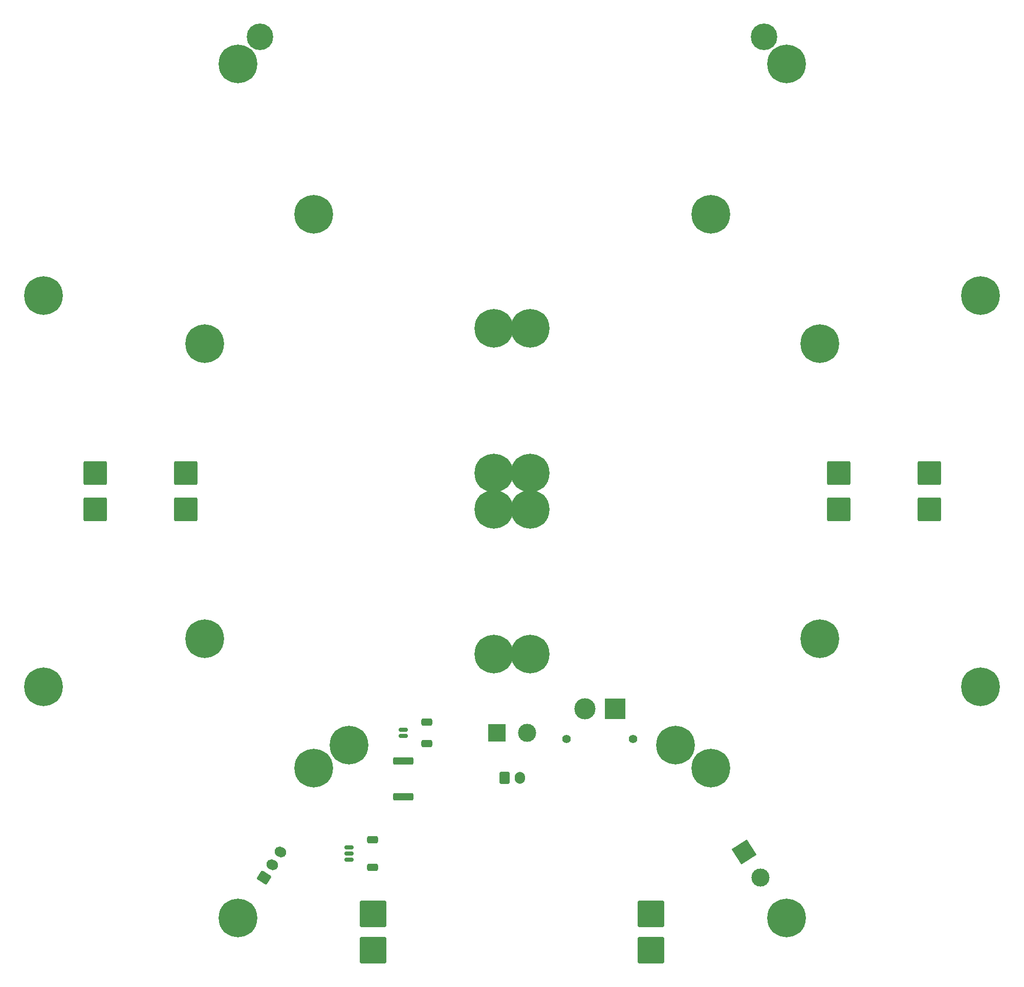
<source format=gts>
G04 #@! TF.GenerationSoftware,KiCad,Pcbnew,7.0.9*
G04 #@! TF.CreationDate,2023-12-19T12:28:51+08:00*
G04 #@! TF.ProjectId,layer2,6c617965-7232-42e6-9b69-6361645f7063,rev?*
G04 #@! TF.SameCoordinates,Original*
G04 #@! TF.FileFunction,Soldermask,Top*
G04 #@! TF.FilePolarity,Negative*
%FSLAX46Y46*%
G04 Gerber Fmt 4.6, Leading zero omitted, Abs format (unit mm)*
G04 Created by KiCad (PCBNEW 7.0.9) date 2023-12-19 12:28:51*
%MOMM*%
%LPD*%
G01*
G04 APERTURE LIST*
G04 Aperture macros list*
%AMRoundRect*
0 Rectangle with rounded corners*
0 $1 Rounding radius*
0 $2 $3 $4 $5 $6 $7 $8 $9 X,Y pos of 4 corners*
0 Add a 4 corners polygon primitive as box body*
4,1,4,$2,$3,$4,$5,$6,$7,$8,$9,$2,$3,0*
0 Add four circle primitives for the rounded corners*
1,1,$1+$1,$2,$3*
1,1,$1+$1,$4,$5*
1,1,$1+$1,$6,$7*
1,1,$1+$1,$8,$9*
0 Add four rect primitives between the rounded corners*
20,1,$1+$1,$2,$3,$4,$5,0*
20,1,$1+$1,$4,$5,$6,$7,0*
20,1,$1+$1,$6,$7,$8,$9,0*
20,1,$1+$1,$8,$9,$2,$3,0*%
%AMHorizOval*
0 Thick line with rounded ends*
0 $1 width*
0 $2 $3 position (X,Y) of the first rounded end (center of the circle)*
0 $4 $5 position (X,Y) of the second rounded end (center of the circle)*
0 Add line between two ends*
20,1,$1,$2,$3,$4,$5,0*
0 Add two circle primitives to create the rounded ends*
1,1,$1,$2,$3*
1,1,$1,$4,$5*%
%AMRotRect*
0 Rectangle, with rotation*
0 The origin of the aperture is its center*
0 $1 length*
0 $2 width*
0 $3 Rotation angle, in degrees counterclockwise*
0 Add horizontal line*
21,1,$1,$2,0,0,$3*%
G04 Aperture macros list end*
%ADD10RotRect,3.000000X3.000000X302.700000*%
%ADD11C,3.000000*%
%ADD12RoundRect,0.250000X-0.600000X-0.750000X0.600000X-0.750000X0.600000X0.750000X-0.600000X0.750000X0*%
%ADD13O,1.700000X2.000000*%
%ADD14RoundRect,0.150000X0.625000X-0.150000X0.625000X0.150000X-0.625000X0.150000X-0.625000X-0.150000X0*%
%ADD15RoundRect,0.250000X0.650000X-0.350000X0.650000X0.350000X-0.650000X0.350000X-0.650000X-0.350000X0*%
%ADD16RoundRect,0.249999X-1.950001X-1.950001X1.950001X-1.950001X1.950001X1.950001X-1.950001X1.950001X0*%
%ADD17RoundRect,0.250002X-1.699998X-1.699998X1.699998X-1.699998X1.699998X1.699998X-1.699998X1.699998X0*%
%ADD18RoundRect,0.250000X0.285967X-0.896576X0.934238X0.113249X-0.285967X0.896576X-0.934238X-0.113249X0*%
%ADD19HorizOval,1.700000X-0.105190X0.067528X0.105190X-0.067528X0*%
%ADD20C,6.400000*%
%ADD21R,3.000000X3.000000*%
%ADD22RoundRect,0.250000X-1.425000X0.362500X-1.425000X-0.362500X1.425000X-0.362500X1.425000X0.362500X0*%
%ADD23C,4.400000*%
%ADD24C,1.400000*%
%ADD25R,3.500000X3.500000*%
%ADD26C,3.500000*%
G04 APERTURE END LIST*
D10*
X143357043Y-164747279D03*
D11*
X146058245Y-168954833D03*
D12*
X103750000Y-152500000D03*
D13*
X106250000Y-152500000D03*
D14*
X87000000Y-145500000D03*
X87000000Y-144500000D03*
D15*
X90875000Y-146800000D03*
X90875000Y-143200000D03*
D16*
X128000000Y-181000000D03*
X82000000Y-175000000D03*
D17*
X174000000Y-108000000D03*
D18*
X63941829Y-168954881D03*
D19*
X65292393Y-166851080D03*
X66642957Y-164747280D03*
D20*
X102000000Y-78000000D03*
X102000000Y-108000000D03*
X155865000Y-80595000D03*
X132012016Y-147075539D03*
D21*
X102500000Y-145000000D03*
D11*
X107500000Y-145000000D03*
D22*
X87000000Y-149675000D03*
X87000000Y-155600000D03*
D23*
X63306373Y-29782705D03*
D20*
X77987984Y-147075539D03*
X54135100Y-129405000D03*
D24*
X125000000Y-146000000D03*
X114000000Y-146000000D03*
D25*
X122000000Y-141000000D03*
D26*
X117000000Y-141000000D03*
D20*
X108000000Y-108000000D03*
X59637893Y-34301490D03*
D17*
X51000000Y-108000000D03*
D20*
X54135100Y-80595000D03*
D14*
X78000000Y-166000000D03*
X78000000Y-165000000D03*
X78000000Y-164000000D03*
D15*
X81875000Y-167300000D03*
X81875000Y-162700000D03*
D23*
X146693627Y-29782705D03*
D16*
X128000000Y-175000000D03*
D20*
X72133200Y-150854000D03*
X72133200Y-59145700D03*
X27498500Y-72603700D03*
D17*
X159000000Y-102000000D03*
D20*
X137867000Y-150854000D03*
D17*
X174000000Y-102000000D03*
D20*
X182501000Y-72603700D03*
X137867000Y-59145700D03*
D17*
X36000000Y-102000000D03*
D20*
X182501000Y-137396000D03*
X27498500Y-137396000D03*
D17*
X51000000Y-102000000D03*
D20*
X59637900Y-175699000D03*
X150362107Y-34301490D03*
X155865000Y-129405000D03*
X108000000Y-102000000D03*
X108000000Y-132000000D03*
D17*
X159000000Y-108000000D03*
D20*
X102000000Y-102000000D03*
X108000000Y-78000000D03*
D16*
X82000000Y-181000000D03*
D20*
X102000000Y-132000000D03*
X150362000Y-175699000D03*
D17*
X36000000Y-108000000D03*
M02*

</source>
